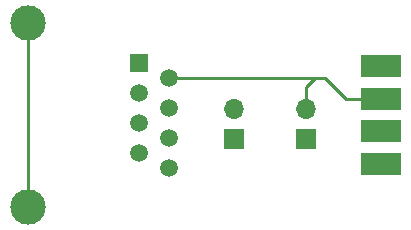
<source format=gbr>
%TF.GenerationSoftware,KiCad,Pcbnew,7.0.1*%
%TF.CreationDate,2023-10-03T11:55:05-04:00*%
%TF.ProjectId,CAN Adapter,43414e20-4164-4617-9074-65722e6b6963,rev?*%
%TF.SameCoordinates,Original*%
%TF.FileFunction,Copper,L2,Bot*%
%TF.FilePolarity,Positive*%
%FSLAX46Y46*%
G04 Gerber Fmt 4.6, Leading zero omitted, Abs format (unit mm)*
G04 Created by KiCad (PCBNEW 7.0.1) date 2023-10-03 11:55:05*
%MOMM*%
%LPD*%
G01*
G04 APERTURE LIST*
%TA.AperFunction,ComponentPad*%
%ADD10R,1.700000X1.700000*%
%TD*%
%TA.AperFunction,ComponentPad*%
%ADD11O,1.700000X1.700000*%
%TD*%
%TA.AperFunction,SMDPad,CuDef*%
%ADD12R,3.480000X1.846667*%
%TD*%
%TA.AperFunction,ComponentPad*%
%ADD13R,1.500000X1.500000*%
%TD*%
%TA.AperFunction,ComponentPad*%
%ADD14C,1.500000*%
%TD*%
%TA.AperFunction,ComponentPad*%
%ADD15C,3.000000*%
%TD*%
%TA.AperFunction,Conductor*%
%ADD16C,0.250000*%
%TD*%
G04 APERTURE END LIST*
D10*
%TO.P,JP1,1,A*%
%TO.N,Net-(JP1-A)*%
X145542000Y-91948000D03*
D11*
%TO.P,JP1,2,B*%
%TO.N,/CAN_L*%
X145542000Y-89408000D03*
%TD*%
D10*
%TO.P,JP2,1,A*%
%TO.N,Net-(JP2-A)*%
X151638000Y-91948000D03*
D11*
%TO.P,JP2,2,B*%
%TO.N,/CAN_H*%
X151638000Y-89408000D03*
%TD*%
D12*
%TO.P,J1,6,6*%
%TO.N,unconnected-(J1-Pad6)*%
X158037500Y-85761000D03*
%TO.P,J1,7,7*%
%TO.N,/CAN_H*%
X158037500Y-88531000D03*
%TO.P,J1,8,8*%
%TO.N,unconnected-(J1-Pad8)*%
X158037500Y-91301000D03*
%TO.P,J1,9,9*%
%TO.N,unconnected-(J1-Pad9)*%
X158037500Y-94071000D03*
%TD*%
D13*
%TO.P,J2,1*%
%TO.N,/CAN_L*%
X137489000Y-85471000D03*
D14*
%TO.P,J2,2*%
%TO.N,/CAN_H*%
X140029000Y-86741000D03*
%TO.P,J2,3*%
%TO.N,/CAN_GND*%
X137489000Y-88011000D03*
%TO.P,J2,4*%
%TO.N,unconnected-(J2-Pad4)*%
X140029000Y-89281000D03*
%TO.P,J2,5*%
%TO.N,unconnected-(J2-Pad5)*%
X137489000Y-90551000D03*
%TO.P,J2,6*%
%TO.N,unconnected-(J2-Pad6)*%
X140029000Y-91821000D03*
%TO.P,J2,7*%
%TO.N,unconnected-(J2-Pad7)*%
X137489000Y-93091000D03*
%TO.P,J2,8*%
%TO.N,unconnected-(J2-Pad8)*%
X140029000Y-94361000D03*
D15*
%TO.P,J2,SH*%
%TO.N,unconnected-(J2-PadSH)*%
X128089000Y-82146000D03*
X128089000Y-97686000D03*
%TD*%
D16*
%TO.N,/CAN_H*%
X151638000Y-89408000D02*
X151638000Y-87503000D01*
X155079000Y-88531000D02*
X158037500Y-88531000D01*
X151638000Y-87503000D02*
X152400000Y-86741000D01*
X140029000Y-86741000D02*
X152400000Y-86741000D01*
X153289000Y-86741000D02*
X155079000Y-88531000D01*
X152400000Y-86741000D02*
X153289000Y-86741000D01*
%TO.N,unconnected-(J2-PadSH)*%
X128089000Y-82146000D02*
X128089000Y-97686000D01*
%TD*%
M02*

</source>
